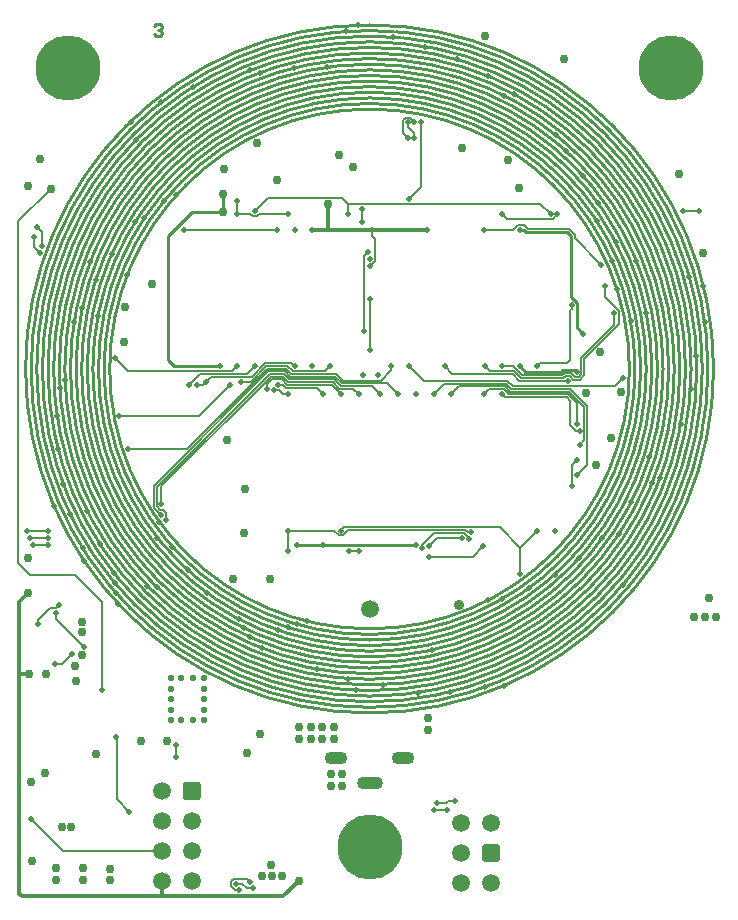
<source format=gbr>
%TF.GenerationSoftware,Altium Limited,Altium Designer,20.1.8 (145)*%
G04 Layer_Physical_Order=3*
G04 Layer_Color=16440176*
%FSLAX44Y44*%
%MOMM*%
%TF.SameCoordinates,743C107F-9E53-4DF5-BF78-65164CE4EDE1*%
%TF.FilePolarity,Positive*%
%TF.FileFunction,Copper,L3,Inr,Signal*%
%TF.Part,Single*%
G01*
G75*
%TA.AperFunction,Conductor*%
%ADD10C,0.1270*%
%ADD11C,0.2540*%
%ADD12C,0.1524*%
%ADD46C,0.3048*%
%ADD48C,0.2032*%
%ADD49C,0.1778*%
%TA.AperFunction,NonConductor*%
%ADD50C,0.2540*%
%TA.AperFunction,ComponentPad*%
G04:AMPARAMS|DCode=51|XSize=1.5mm|YSize=1.5mm|CornerRadius=0.1875mm|HoleSize=0mm|Usage=FLASHONLY|Rotation=270.000|XOffset=0mm|YOffset=0mm|HoleType=Round|Shape=RoundedRectangle|*
%AMROUNDEDRECTD51*
21,1,1.5000,1.1250,0,0,270.0*
21,1,1.1250,1.5000,0,0,270.0*
1,1,0.3750,-0.5625,-0.5625*
1,1,0.3750,-0.5625,0.5625*
1,1,0.3750,0.5625,0.5625*
1,1,0.3750,0.5625,-0.5625*
%
%ADD51ROUNDEDRECTD51*%
%ADD52C,1.5000*%
G04:AMPARAMS|DCode=53|XSize=1.5mm|YSize=1.5mm|CornerRadius=0.15mm|HoleSize=0mm|Usage=FLASHONLY|Rotation=180.000|XOffset=0mm|YOffset=0mm|HoleType=Round|Shape=RoundedRectangle|*
%AMROUNDEDRECTD53*
21,1,1.5000,1.2000,0,0,180.0*
21,1,1.2000,1.5000,0,0,180.0*
1,1,0.3000,-0.6000,0.6000*
1,1,0.3000,0.6000,0.6000*
1,1,0.3000,0.6000,-0.6000*
1,1,0.3000,-0.6000,-0.6000*
%
%ADD53ROUNDEDRECTD53*%
%TA.AperFunction,ViaPad*%
%ADD54C,5.5000*%
%TA.AperFunction,ComponentPad*%
%ADD55C,0.5600*%
%ADD56O,2.2000X1.1000*%
%ADD57O,1.9000X1.1000*%
%TA.AperFunction,ViaPad*%
%ADD58C,0.4600*%
%ADD59C,0.7600*%
%ADD60C,0.9000*%
%ADD61C,1.5000*%
%TA.AperFunction,Conductor*%
%ADD62C,0.2286*%
D10*
X-214376Y-311912D02*
X-214199Y-312089D01*
Y-364409D02*
Y-312089D01*
X-249480Y-174524D02*
X-226750Y-197254D01*
Y-271669D02*
Y-197254D01*
X-265669Y-202215D02*
X-263135Y-199681D01*
X-270551Y-202215D02*
X-265669D01*
X-280549Y-215630D02*
Y-212212D01*
X-270551Y-202215D01*
X-265421Y-211337D02*
X-241591Y-235167D01*
X-287534Y-143336D02*
X-272152D01*
X-285121Y-149136D02*
X-272152D01*
X-265421Y-211337D02*
Y-206350D01*
X-289820Y-137536D02*
X-272076D01*
X-279095Y98278D02*
Y98278D01*
X-104171Y-439674D02*
X-98915D01*
X-113027Y-435653D02*
X-108192D01*
X-104171Y-439674D01*
X97434Y2180D02*
X97435D01*
X101570Y-1955D02*
X122054D01*
X97435Y2180D02*
X101570Y-1955D01*
X69921Y-4241D02*
X121108D01*
X126950Y-10083D01*
X167728D01*
X122054Y-1955D02*
X127896Y-7797D01*
X164166D01*
X128843Y-5511D02*
X163219D01*
X121152Y2180D02*
X128843Y-5511D01*
X112000Y2180D02*
X121152D01*
X133898Y118691D02*
X168600D01*
X130634Y121955D02*
X133898Y118691D01*
X125287Y121955D02*
X130634D01*
X-204355Y-67952D02*
X-154819D01*
X-86573Y293D01*
X206756Y36859D02*
Y47649D01*
X179449Y9552D02*
X206756Y36859D01*
X179449Y-4453D02*
Y9552D01*
X181735Y-5400D02*
Y8605D01*
X210891Y37761D02*
Y49362D01*
X181735Y8605D02*
X210891Y37761D01*
X177973Y-9161D02*
X181735Y-5400D01*
X116087Y126983D02*
X155016D01*
X112000Y131070D02*
X116087Y126983D01*
X121087Y-14721D02*
X207954D01*
X214908Y-7767D01*
X164166Y-7797D02*
X166015Y-5948D01*
X169440D01*
X172654Y-9161D01*
X177973D01*
X199209Y61044D02*
X210891Y49362D01*
X177026Y-6876D02*
X179449Y-4453D01*
X163219Y-5511D02*
X165068Y-3662D01*
X170387D01*
X173601Y-6876D01*
X177026D01*
X-144279Y-39413D02*
X-118222Y-13356D01*
X-211720Y-39413D02*
X-144279D01*
X28090Y200044D02*
Y210464D01*
Y200044D02*
X32225Y195910D01*
X38025D02*
Y199391D01*
X32225Y205191D02*
Y208752D01*
Y205191D02*
X38025Y199391D01*
X43825Y154253D02*
Y208752D01*
X38025D02*
Y208799D01*
X33938Y212887D02*
X38025Y208799D01*
X30512Y212887D02*
X33938D01*
X28090Y210464D02*
X30512Y212887D01*
X33500Y143927D02*
X43825Y154253D01*
X-87066Y-13131D02*
X-82786Y-8851D01*
X-87066Y-17255D02*
Y-13131D01*
X-82786Y-8851D02*
X-74481D01*
X184247Y-81392D02*
Y-31286D01*
X175633Y-90006D02*
X184247Y-81392D01*
X-143485Y-4241D02*
X-103421D01*
X-152600Y-13356D02*
X-143485Y-4241D01*
X-146467Y-13356D02*
X-140878D01*
X-138190Y-10668D01*
X-134049Y-6527D02*
X-99859D01*
X-138190Y-10668D02*
X-134049Y-6527D01*
X-112000Y2180D02*
X-112000D01*
X-215174Y8883D02*
X-204335Y-1955D01*
X-116135D02*
X-112000Y2180D01*
X-204335Y-1955D02*
X-116135D01*
X-37635D02*
X-33500Y2180D01*
X-65213Y-1955D02*
X-37635D01*
X-100761Y-10662D02*
X-87520Y2579D01*
X-109220Y-10662D02*
X-100761D01*
X-86573Y293D02*
X-70694D01*
X-76932Y-17938D02*
X-73690Y-21180D01*
X-81306Y-17938D02*
X-76932D01*
X-73690Y-21180D02*
X-69250D01*
X-74481Y-8851D02*
X-69947Y-13385D01*
X-176236Y-99068D02*
X-83733Y-6565D01*
X-73534D01*
X-69000Y-11099D01*
X-180371Y-99970D02*
X-84680Y-4279D01*
X-72587D01*
X-68053Y-8813D01*
X-85627Y-1993D02*
X-71641D01*
X-182656Y-99023D02*
X-85627Y-1993D01*
X-71641D02*
X-67106Y-6527D01*
X-70694Y293D02*
X-66160Y-4241D01*
X-69747Y2579D02*
X-65213Y-1955D01*
X-87520Y2579D02*
X-69747D01*
X-99859Y-6527D02*
X-88467Y4865D01*
X-66185D02*
X-63500Y2180D01*
X-88467Y4865D02*
X-66185D01*
X-69947Y-13385D02*
X-32045D01*
X-24250Y-21180D01*
X-69000Y-11099D02*
X-31098D01*
X-25533Y-16664D01*
X-30151Y-8813D02*
X-24586Y-14378D01*
X-68053Y-8813D02*
X-30151D01*
X-29204Y-6527D02*
X-23639Y-12092D01*
X-67106Y-6527D02*
X-29204D01*
X-66160Y-4241D02*
X-28258D01*
X-22692Y-9806D01*
X9682D01*
X18500Y-988D01*
X-4500Y32224D02*
Y95765D01*
X-1243Y99022D01*
X-176236Y-114696D02*
Y-99068D01*
X-177129Y-119650D02*
X-174514D01*
X-180371Y-116409D02*
Y-99970D01*
Y-116409D02*
X-177129Y-119650D01*
X-182656Y-117355D02*
X-176227Y-123785D01*
X-182656Y-117355D02*
Y-99023D01*
X-172092Y-127844D02*
Y-122073D01*
X-174514Y-119650D02*
X-172092Y-122073D01*
X-172318Y-128071D02*
X-172092Y-127844D01*
X171196Y-81557D02*
X175540Y-77212D01*
X171196Y-99060D02*
Y-81557D01*
X-266467Y-249912D02*
X-266393Y-249837D01*
X-260568D02*
X-251777Y-241046D01*
X-266393Y-249837D02*
X-260568D01*
X159103Y131070D02*
Y131070D01*
X155016Y126983D02*
X159103Y131070D01*
X-18500Y139792D02*
X144629D01*
X153303Y131118D02*
Y131118D01*
X144629Y139792D02*
X153303Y131118D01*
X-17298Y-154230D02*
X-9028D01*
X50115Y-159004D02*
X87479D01*
X96413Y-150070D02*
Y-150070D01*
X87479Y-159004D02*
X96413Y-150070D01*
X-18500Y139792D02*
Y139792D01*
X-85827Y144695D02*
X-23403D01*
X-18500Y139792D01*
Y131064D02*
Y139792D01*
X-6604Y124294D02*
Y135642D01*
X-214199Y-364409D02*
X-203877Y-374731D01*
X-113741Y-441452D02*
X-110741D01*
X-117162Y-438031D02*
Y-433940D01*
Y-438031D02*
X-113741Y-441452D01*
X-117162Y-433940D02*
X-114740Y-431518D01*
X-104027D01*
X-101201Y-434344D01*
X-297365Y-164661D02*
Y125311D01*
X-270052Y152624D01*
X-287502Y-174524D02*
X-249480D01*
X-297365Y-164661D02*
X-287502Y-174524D01*
X82929Y-141533D02*
X84234Y-142838D01*
X54675Y-138707D02*
X80217D01*
X82929Y-141419D01*
Y-141533D02*
Y-141419D01*
X84234Y-143739D02*
Y-142838D01*
X170135Y-47474D02*
X174863Y-52202D01*
X170135Y-47474D02*
Y-26873D01*
X174863Y-52202D02*
X177826D01*
X171000Y50748D02*
Y53968D01*
X170135Y49883D02*
X171000Y50748D01*
X170135Y7873D02*
Y49883D01*
X44570Y-148812D02*
X54675Y-138707D01*
X-21565Y-134135D02*
X110158D01*
X127456Y-151432D01*
X142000Y-136888D01*
X127456Y-173591D02*
Y-151432D01*
X168074Y-21579D02*
X175540Y-29045D01*
Y-46871D02*
Y-29045D01*
X181961Y-60354D02*
Y-32233D01*
X169021Y-19293D02*
X181961Y-32233D01*
X169968Y-17007D02*
X184247Y-31286D01*
X177826Y-64489D02*
X181961Y-60354D01*
X116449Y-10083D02*
X121087Y-14721D01*
X33500Y2180D02*
X45763Y-10083D01*
X116449D01*
X101135Y-17045D02*
X113713D01*
X97000Y-21180D02*
X97000D01*
X101135Y-17045D01*
X75671Y-14759D02*
X114660D01*
X69250Y-21180D02*
X75671Y-14759D01*
X54250Y-21180D02*
X62957Y-12473D01*
X115607D01*
X63500Y2180D02*
X69921Y-4241D01*
X63500Y2180D02*
X63500D01*
X-103421Y-4241D02*
X-97000Y2180D01*
X-286243Y-381231D02*
X-259694Y-407780D01*
X-175424D01*
X44570Y-151770D02*
Y-148812D01*
X50115Y-150070D02*
X50115D01*
X57343Y-142842D02*
X78504D01*
X50115Y-150070D02*
X57343Y-142842D01*
X-95287Y129387D02*
X-93438Y131236D01*
X-68916D01*
X-98713Y129387D02*
X-95287D01*
X-112000Y131572D02*
X-100898D01*
X-98713Y129387D01*
X-97000Y133522D02*
X-85827Y144695D01*
X56803Y-367284D02*
X65071D01*
X66708Y-365647D02*
X72448D01*
X65071Y-367284D02*
X66708Y-365647D01*
X72448D02*
X72692Y-365403D01*
X144685Y4865D02*
X167127D01*
X170135Y7873D01*
X173736Y111039D02*
Y113555D01*
X196380Y88395D02*
X196380D01*
X173736Y111039D02*
X196380Y88395D01*
X199209Y61044D02*
Y70366D01*
X18500Y-988D02*
Y2180D01*
X-69250Y-154230D02*
Y-136820D01*
X265735Y133858D02*
X278577D01*
X-18003Y-136421D02*
X81163D01*
X83012Y-138270D02*
X86166D01*
X81163Y-136421D02*
X83012Y-138270D01*
X-22537Y-140955D02*
X-18003Y-136421D01*
X-69250Y-136820D02*
X-30098D01*
X-25963Y-140955D01*
X-22537D01*
X-24250Y-136820D02*
X-21565Y-134135D01*
X121152Y117820D02*
X125287Y121955D01*
X168600Y118691D02*
X173736Y113555D01*
X97000Y117820D02*
X121152D01*
X-283709Y102891D02*
Y112064D01*
X-68916Y131236D02*
X-68834Y131318D01*
X120141Y-17007D02*
X169968D01*
X119194Y-19293D02*
X169021D01*
X118247Y-21579D02*
X168074D01*
X114685Y-23865D02*
X167127D01*
X170135Y-26873D01*
X142000Y2180D02*
X144685Y4865D01*
X114660Y-14759D02*
X119194Y-19293D01*
X115607Y-12473D02*
X120141Y-17007D01*
X113713Y-17045D02*
X118247Y-21579D01*
X112000Y-21180D02*
X114685Y-23865D01*
X15162Y-12092D02*
X24250Y-21180D01*
X-23639Y-12092D02*
X15162D01*
X2448Y-14378D02*
X9250Y-21180D01*
X-24586Y-14378D02*
X2448D01*
X-25533Y-16664D02*
X-13766D01*
X-9250Y-21180D01*
X-157000Y117820D02*
X-78500D01*
X-283709Y102891D02*
X-279095Y98278D01*
X-277115Y103729D02*
Y115545D01*
X-281905Y120334D02*
X-277115Y115545D01*
X-163612Y-328568D02*
Y-318012D01*
X54517Y-373630D02*
X65834D01*
D11*
X174756Y-2740D02*
X175313D01*
X172757Y-741D02*
X174756Y-2740D01*
X163858Y-741D02*
X172757D01*
X127000Y117820D02*
X130638D01*
X132688Y115770D02*
X167390D01*
X130638Y117820D02*
X132688Y115770D01*
X-124206Y132479D02*
Y148312D01*
X-150681Y132479D02*
X-124206D01*
X162009Y-2590D02*
X163858Y-741D01*
X131770Y-2590D02*
X162009D01*
X-170770Y7610D02*
X-165340Y2180D01*
X-127000D01*
X-170770Y7610D02*
Y112390D01*
X175770Y35330D02*
X181128Y29972D01*
X175770Y35330D02*
Y55944D01*
X170770Y60944D02*
X175770Y55944D01*
X170770Y60944D02*
Y112390D01*
X127000Y2180D02*
X127000D01*
X131770Y-2590D01*
X-170770Y112390D02*
X-150681Y132479D01*
X-61750Y-149460D02*
X39250D01*
X167390Y115770D02*
X170770Y112390D01*
D12*
X-112000Y131572D02*
Y142128D01*
D46*
X1778Y117820D02*
X48500D01*
X-35461D02*
X1778D01*
X-175424Y-446476D02*
X-73068D01*
X-59971Y-433380D02*
Y-433380D01*
X-73068Y-446476D02*
X-59971Y-433380D01*
X-296476Y-258298D02*
Y-196961D01*
X-289324Y-189808D01*
X-48500Y117820D02*
X-35461D01*
Y139244D01*
X-294321Y-446476D02*
X-175424D01*
X-296476Y-444321D02*
X-294321Y-446476D01*
X-296476Y-444321D02*
Y-258298D01*
X-288562D01*
X-175424Y-446476D02*
Y-433180D01*
D48*
X4984Y91609D02*
Y109713D01*
X359Y86985D02*
X4984Y91609D01*
X359Y16385D02*
Y58872D01*
X1778Y112919D02*
X4984Y109713D01*
X1778Y112919D02*
Y117820D01*
D49*
X-77750Y-13356D02*
X-73568D01*
X-70872Y-16052D01*
X-44378D01*
X-39250Y-21180D01*
Y-21180D02*
Y-21180D01*
D50*
X-182537Y290765D02*
X-180844Y292458D01*
X-177458D01*
X-175765Y290765D01*
Y289073D01*
X-177458Y287380D01*
X-179151D01*
X-177458D01*
X-175765Y285687D01*
Y283994D01*
X-177458Y282302D01*
X-180844D01*
X-182537Y283994D01*
D51*
X-150023Y-356980D02*
D03*
D52*
Y-382380D02*
D03*
Y-407780D02*
D03*
Y-433180D02*
D03*
X-175424Y-356980D02*
D03*
Y-382380D02*
D03*
Y-407780D02*
D03*
Y-433180D02*
D03*
X102900Y-435400D02*
D03*
Y-384600D02*
D03*
X77500D02*
D03*
Y-410000D02*
D03*
Y-435400D02*
D03*
D53*
X102900Y-410000D02*
D03*
D54*
X0Y-405000D02*
D03*
X255000Y255000D02*
D03*
X-255000D02*
D03*
D55*
X-168351Y-297339D02*
D03*
X-140411D02*
D03*
X-159461D02*
D03*
X-168351Y-261779D02*
D03*
X-140411D02*
D03*
X-159461D02*
D03*
X-168351Y-279559D02*
D03*
Y-288449D02*
D03*
Y-270669D02*
D03*
X-140411Y-279559D02*
D03*
Y-288449D02*
D03*
Y-270669D02*
D03*
X-149301Y-261779D02*
D03*
Y-297339D02*
D03*
D56*
X0Y-350750D02*
D03*
D57*
X28000Y-329250D02*
D03*
X-28000D02*
D03*
D58*
X-214376Y-311912D02*
D03*
X-272152Y-143336D02*
D03*
X-285121Y-149136D02*
D03*
X-263135Y-199681D02*
D03*
X-265421Y-206350D02*
D03*
X-289820Y-137536D02*
D03*
X-272076D02*
D03*
X-279095Y98278D02*
D03*
X214908Y-7767D02*
D03*
X-243070Y51666D02*
D03*
X-267094Y-116136D02*
D03*
X-211720Y-39413D02*
D03*
X38025Y195910D02*
D03*
X32225D02*
D03*
X43825Y208752D02*
D03*
X38025D02*
D03*
X32225D02*
D03*
X-53223Y-213465D02*
D03*
X99878Y-196021D02*
D03*
X-163492Y147209D02*
D03*
X-205042Y79736D02*
D03*
X-177984Y-129313D02*
D03*
X209232Y67984D02*
D03*
X192475Y124995D02*
D03*
X134897Y-185669D02*
D03*
X-153566Y-170552D02*
D03*
X-179609Y-142867D02*
D03*
X-190822Y127503D02*
D03*
X220986Y40957D02*
D03*
X-152600Y-13356D02*
D03*
X-146467D02*
D03*
X-118222D02*
D03*
X-87066Y-17255D02*
D03*
X-109220Y-10662D02*
D03*
X-81306Y-17938D02*
D03*
X-77750Y-13356D02*
D03*
X-1243Y99022D02*
D03*
X468Y93480D02*
D03*
X-204355Y-67952D02*
D03*
X-176236Y-114696D02*
D03*
X175633Y-90006D02*
D03*
X175540Y-77212D02*
D03*
X236999Y-74725D02*
D03*
X-251777Y-241046D02*
D03*
X159103Y131070D02*
D03*
X153303Y131118D02*
D03*
X175313Y-2740D02*
D03*
X167728Y-10083D02*
D03*
X112000Y131070D02*
D03*
X-9028Y-154230D02*
D03*
X-17298D02*
D03*
X96413Y-150070D02*
D03*
X50115Y-159004D02*
D03*
X33500Y143927D02*
D03*
X48500Y117820D02*
D03*
X-48500D02*
D03*
X-18500Y131064D02*
D03*
X-6604Y135642D02*
D03*
Y124294D02*
D03*
X1778Y117820D02*
D03*
X-241554Y-235130D02*
D03*
X-188208Y-183344D02*
D03*
X-180030Y-184806D02*
D03*
X-238872Y-120401D02*
D03*
X-253772Y-122405D02*
D03*
X-228328Y-148278D02*
D03*
X-216782Y-172437D02*
D03*
X-215833Y-181105D02*
D03*
X-214576Y-189841D02*
D03*
X-213007Y-198632D02*
D03*
X-110741Y-441452D02*
D03*
X-113027Y-435653D02*
D03*
X-61006Y-216312D02*
D03*
X-69012Y-218878D02*
D03*
X-77230Y-221153D02*
D03*
X181128Y29972D02*
D03*
X171000Y53968D02*
D03*
X-61750Y-149460D02*
D03*
X-39250D02*
D03*
X-229946Y44697D02*
D03*
X181141Y163101D02*
D03*
X-105896Y-219545D02*
D03*
X-236429Y90757D02*
D03*
X-63565Y254945D02*
D03*
X221415Y-112817D02*
D03*
X-101074Y-227016D02*
D03*
X-286243Y-381231D02*
D03*
X44570Y-151770D02*
D03*
X-203877Y-374731D02*
D03*
X-226750Y-271669D02*
D03*
X72692Y-365403D02*
D03*
X-215174Y8883D02*
D03*
X97989Y-269222D02*
D03*
X283712Y39873D02*
D03*
X265735Y133858D02*
D03*
X278577D02*
D03*
X270835Y77661D02*
D03*
X276786Y10875D02*
D03*
X127456Y-173591D02*
D03*
X84234Y-143739D02*
D03*
X78504Y-142842D02*
D03*
X50115Y-150070D02*
D03*
X86166Y-138270D02*
D03*
X-24250Y-136820D02*
D03*
X-69250Y-154230D02*
D03*
X-112000Y131572D02*
D03*
X-97000Y133522D02*
D03*
X-112000Y142128D02*
D03*
X-68834Y131318D02*
D03*
X196380Y88395D02*
D03*
X97000Y117820D02*
D03*
X206756Y47649D02*
D03*
X-167022Y-150387D02*
D03*
X-137689Y-189512D02*
D03*
X-172318Y-128071D02*
D03*
X-176227Y-123785D02*
D03*
X-97000Y2180D02*
D03*
X-112000D02*
D03*
X-138190Y-10668D02*
D03*
X177826Y-64489D02*
D03*
Y-52202D02*
D03*
X175540Y-46871D02*
D03*
X199209Y70366D02*
D03*
X234202Y47649D02*
D03*
X214244Y-182982D02*
D03*
X171196Y-99060D02*
D03*
X127000Y2180D02*
D03*
X142000D02*
D03*
X112000D02*
D03*
X112000Y-21180D02*
D03*
X97000D02*
D03*
X97434Y2180D02*
D03*
X63500D02*
D03*
X69250Y-21180D02*
D03*
X18500Y2180D02*
D03*
X33500D02*
D03*
X-5339Y-4845D02*
D03*
X6786D02*
D03*
X-157000Y117820D02*
D03*
X-63500Y2180D02*
D03*
X-48500D02*
D03*
X-11875Y-271991D02*
D03*
X-277115Y103729D02*
D03*
X52749Y-237974D02*
D03*
X263436Y-46451D02*
D03*
X100207Y248022D02*
D03*
X-35907Y255489D02*
D03*
X239213Y-96649D02*
D03*
X-44801Y-254080D02*
D03*
X-257843Y-9004D02*
D03*
X-241457Y-162865D02*
D03*
X19654Y281064D02*
D03*
X282599Y70460D02*
D03*
X113800Y-268097D02*
D03*
X-149305Y238938D02*
D03*
X68162Y-273381D02*
D03*
X-10165Y291073D02*
D03*
X-287534Y-143336D02*
D03*
X-90757Y-236429D02*
D03*
X157652Y198195D02*
D03*
X166279Y184671D02*
D03*
X-231820Y75323D02*
D03*
X226001Y91310D02*
D03*
X205319Y91414D02*
D03*
X211182Y-139778D02*
D03*
X197198Y-143273D02*
D03*
X112375Y-194639D02*
D03*
X40943Y-273957D02*
D03*
X11668Y-267245D02*
D03*
X-18328Y-262110D02*
D03*
X-110358Y-211996D02*
D03*
X-242966Y-151822D02*
D03*
X-259458Y-97008D02*
D03*
X-263578Y-68166D02*
D03*
X-264562Y-39539D02*
D03*
X-262260Y-16041D02*
D03*
X-250132Y39617D02*
D03*
X-218337Y97210D02*
D03*
X-198655Y124134D02*
D03*
X-174045Y142200D02*
D03*
X-202319Y209508D02*
D03*
X-197570Y194152D02*
D03*
X-176387Y225765D02*
D03*
X-100884Y252868D02*
D03*
X-92586Y250966D02*
D03*
X-19985Y285802D02*
D03*
X46910Y272999D02*
D03*
X73900Y262029D02*
D03*
X122340Y232530D02*
D03*
X114110Y231393D02*
D03*
X193355Y140481D02*
D03*
X208252Y107257D02*
D03*
X156744Y-174082D02*
D03*
X177612Y-159922D02*
D03*
X246111Y-92017D02*
D03*
X271742Y-16621D02*
D03*
X-281905Y120334D02*
D03*
X-283709Y112064D02*
D03*
X-272152Y-149136D02*
D03*
X359Y16385D02*
D03*
X39250Y-21180D02*
D03*
X359Y58872D02*
D03*
X-39250Y-21180D02*
D03*
X-163612Y-318012D02*
D03*
Y-328568D02*
D03*
X-101201Y-434344D02*
D03*
X-69250Y-21180D02*
D03*
X65834Y-373630D02*
D03*
X56803Y-367284D02*
D03*
X-266467Y-249837D02*
D03*
X-98915Y-439674D02*
D03*
X54517Y-373630D02*
D03*
X-4500Y32224D02*
D03*
X-127000Y2180D02*
D03*
X-280549Y-215630D02*
D03*
X359Y86985D02*
D03*
X39250Y-149460D02*
D03*
X-63500Y117820D02*
D03*
X24250Y-21180D02*
D03*
X157000Y-136888D02*
D03*
X-69250Y-136820D02*
D03*
X-24250Y-21180D02*
D03*
X-9250D02*
D03*
X9250D02*
D03*
X54250D02*
D03*
X142000Y-136888D02*
D03*
X127000Y117820D02*
D03*
X-33500Y2180D02*
D03*
X-78500Y117820D02*
D03*
D59*
X-124206Y148312D02*
D03*
X117287Y177201D02*
D03*
X-206931Y52554D02*
D03*
X195021Y14182D02*
D03*
X-95359Y191261D02*
D03*
X-242825Y-432562D02*
D03*
X-265684D02*
D03*
X-219456D02*
D03*
Y-423418D02*
D03*
X-242825Y-422148D02*
D03*
X-265684Y-422656D02*
D03*
X-84074Y-178218D02*
D03*
X183641Y-20336D02*
D03*
X191516Y-81280D02*
D03*
X-105380Y-101346D02*
D03*
X-184137Y71882D02*
D03*
X-123474Y169164D02*
D03*
X-14224Y170837D02*
D03*
X126238Y153386D02*
D03*
X-248154Y-264303D02*
D03*
X-249153Y-251752D02*
D03*
X-120790Y-60130D02*
D03*
X-106236Y-139183D02*
D03*
X-207637Y23104D02*
D03*
X-25961Y180927D02*
D03*
X78000Y186701D02*
D03*
X262148Y164768D02*
D03*
X97994Y281938D02*
D03*
X212631Y-19464D02*
D03*
X49844Y-305775D02*
D03*
Y-295457D02*
D03*
X-78760Y159713D02*
D03*
X-35461Y139244D02*
D03*
X282468Y97990D02*
D03*
X164940Y262058D02*
D03*
X-288838Y154949D02*
D03*
X-270052Y152624D02*
D03*
X-279268Y177530D02*
D03*
X-115736Y-178218D02*
D03*
X204592Y-58849D02*
D03*
X-91471Y-429514D02*
D03*
X-82971D02*
D03*
X-74471D02*
D03*
X-83058Y-419914D02*
D03*
X-288562Y-258298D02*
D03*
X-289324Y-189808D02*
D03*
Y-160444D02*
D03*
X-171704Y-315309D02*
D03*
X-252730Y-387858D02*
D03*
X-260604Y-387731D02*
D03*
X-124206Y132479D02*
D03*
X-193802Y-315309D02*
D03*
X-243840Y-222892D02*
D03*
X-59971Y-433380D02*
D03*
X274457Y-210047D02*
D03*
X293319D02*
D03*
X-92964Y-308809D02*
D03*
X-286243Y-350012D02*
D03*
X-243586Y-214614D02*
D03*
X-32721Y-352980D02*
D03*
X-22911D02*
D03*
X-32721Y-343020D02*
D03*
X-22911D02*
D03*
X284004Y-210047D02*
D03*
X287274Y-194000D02*
D03*
X-103378Y-325492D02*
D03*
X-49832Y-313395D02*
D03*
Y-303077D02*
D03*
X-59792Y-313395D02*
D03*
Y-303077D02*
D03*
X-39872D02*
D03*
Y-313395D02*
D03*
X-29912Y-303077D02*
D03*
Y-313395D02*
D03*
X-285750Y-416560D02*
D03*
X-274570Y-341884D02*
D03*
X-231562Y-325882D02*
D03*
X-274062Y-258572D02*
D03*
X-243078Y-242392D02*
D03*
D60*
X75558Y-199513D02*
D03*
D61*
X0Y-203484D02*
D03*
D62*
X281750Y0D02*
G03*
X281750Y0I-281750J0D01*
G01*
X291250D02*
G03*
X291250Y0I-291250J0D01*
G01*
X220000D02*
G03*
X220000Y0I-220000J0D01*
G01*
X286500D02*
G03*
X286500Y0I-286500J0D01*
G01*
X224750D02*
G03*
X224750Y0I-224750J0D01*
G01*
X248500D02*
G03*
X248500Y0I-248500J0D01*
G01*
X253250D02*
G03*
X253250Y0I-253250J0D01*
G01*
X277000D02*
G03*
X277000Y0I-277000J0D01*
G01*
X272250D02*
G03*
X272250Y0I-272250J0D01*
G01*
X262750D02*
G03*
X262750Y0I-262750J0D01*
G01*
X229500D02*
G03*
X229500Y0I-229500J0D01*
G01*
X234250D02*
G03*
X234250Y0I-234250J0D01*
G01*
X239000D02*
G03*
X239000Y0I-239000J0D01*
G01*
X243750D02*
G03*
X243750Y0I-243750J0D01*
G01*
X267500D02*
G03*
X267500Y0I-267500J0D01*
G01*
X258000D02*
G03*
X258000Y0I-258000J0D01*
G01*
%TF.MD5,2ecef05bb01f07c6b43377d35e200001*%
M02*

</source>
